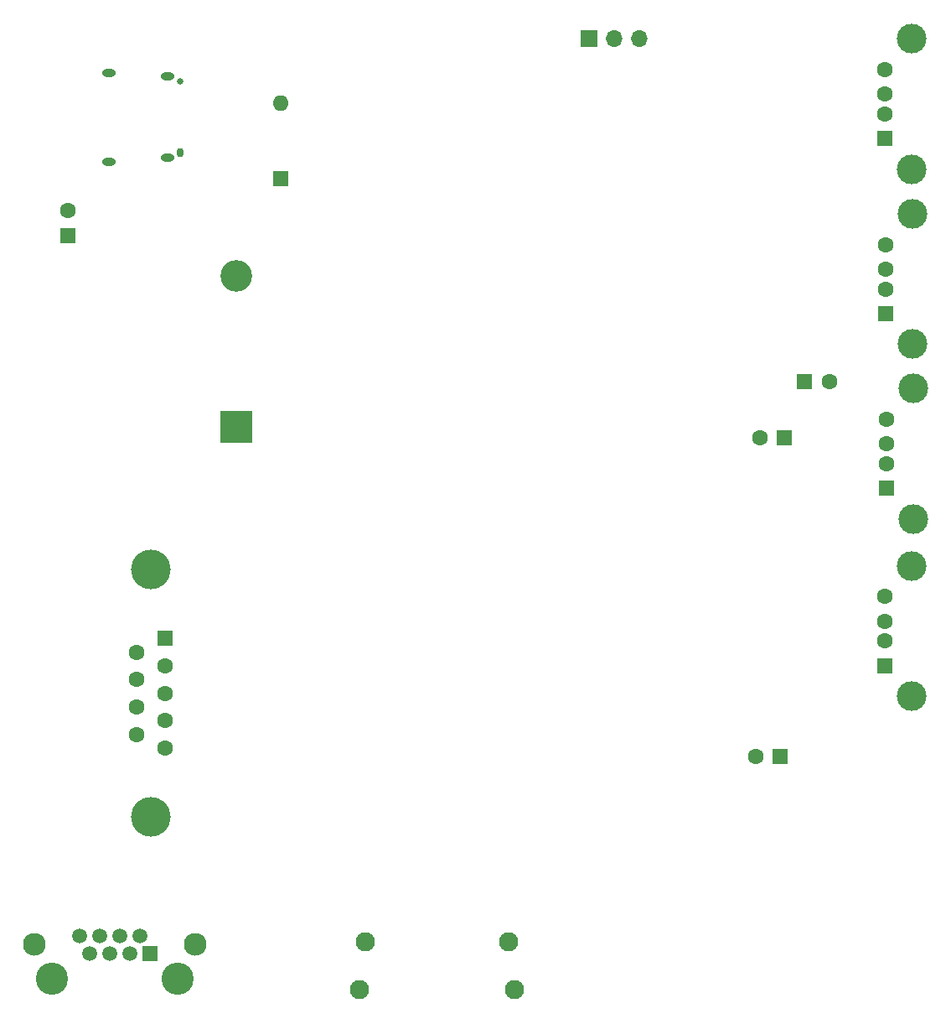
<source format=gbs>
%TF.GenerationSoftware,KiCad,Pcbnew,(6.99.0-1585-g9fcc641808)*%
%TF.CreationDate,2022-04-15T11:00:37+08:00*%
%TF.ProjectId,RaspberryPi,52617370-6265-4727-9279-50692e6b6963,rev?*%
%TF.SameCoordinates,Original*%
%TF.FileFunction,Soldermask,Bot*%
%TF.FilePolarity,Negative*%
%FSLAX46Y46*%
G04 Gerber Fmt 4.6, Leading zero omitted, Abs format (unit mm)*
G04 Created by KiCad (PCBNEW (6.99.0-1585-g9fcc641808)) date 2022-04-15 11:00:37*
%MOMM*%
%LPD*%
G01*
G04 APERTURE LIST*
%ADD10R,1.600000X1.600000*%
%ADD11C,1.600000*%
%ADD12C,4.000000*%
%ADD13C,3.000000*%
%ADD14R,1.500000X1.600000*%
%ADD15C,3.250000*%
%ADD16R,1.500000X1.500000*%
%ADD17C,1.500000*%
%ADD18C,2.300000*%
%ADD19R,1.700000X1.700000*%
%ADD20O,1.700000X1.700000*%
%ADD21R,3.200000X3.200000*%
%ADD22O,3.200000X3.200000*%
%ADD23O,1.600000X1.600000*%
%ADD24C,0.650000*%
%ADD25O,0.650000X0.950000*%
%ADD26O,1.400000X0.800000*%
%ADD27C,1.950000*%
G04 APERTURE END LIST*
D10*
%TO.C,C73*%
X158495112Y-123349999D03*
D11*
X155995113Y-123350000D03*
%TD*%
D10*
%TO.C,C74*%
X160944887Y-85549999D03*
D11*
X163444888Y-85550000D03*
%TD*%
D10*
%TO.C,C51*%
X158939999Y-91209999D03*
D11*
X156440000Y-91210000D03*
%TD*%
D10*
%TO.C,REF\u002A\u002A*%
X86499999Y-70789999D03*
D11*
X86500000Y-68290000D03*
%TD*%
%TO.C,J9*%
X93460300Y-121175000D03*
X93460300Y-118405000D03*
X93460300Y-115635000D03*
X93460300Y-112865000D03*
X96300300Y-122560000D03*
X96300300Y-119790000D03*
X96300300Y-117020000D03*
X96300300Y-114250000D03*
D10*
X96300299Y-111479999D03*
D12*
X94880300Y-104520000D03*
X94880300Y-129520000D03*
%TD*%
D13*
%TO.C,J7*%
X171770000Y-117290000D03*
X171770000Y-104150000D03*
D11*
X169060000Y-107220000D03*
X169060000Y-109720000D03*
X169060000Y-111720000D03*
D14*
X169059999Y-114219999D03*
%TD*%
%TO.C,J6*%
X169099999Y-61009999D03*
D11*
X169100000Y-58510000D03*
X169100000Y-56510000D03*
X169100000Y-54010000D03*
D13*
X171810000Y-50940000D03*
X171810000Y-64080000D03*
%TD*%
D14*
%TO.C,J5*%
X169119999Y-78699999D03*
D11*
X169120000Y-76200000D03*
X169120000Y-74200000D03*
X169120000Y-71700000D03*
D13*
X171830000Y-68630000D03*
X171830000Y-81770000D03*
%TD*%
D15*
%TO.C,J4*%
X84870000Y-145815000D03*
X97570000Y-145815000D03*
D16*
X94779999Y-143274999D03*
D17*
X93764000Y-141495000D03*
X92748000Y-143275000D03*
X91732000Y-141495000D03*
X90716000Y-143275000D03*
X89700000Y-141495000D03*
X88684000Y-143275000D03*
X87668000Y-141495000D03*
D18*
X83090000Y-142385000D03*
X99350000Y-142385000D03*
%TD*%
D13*
%TO.C,J2*%
X171940000Y-99390000D03*
X171940000Y-86250000D03*
D11*
X169230000Y-89320000D03*
X169230000Y-91820000D03*
X169230000Y-93820000D03*
D14*
X169229999Y-96319999D03*
%TD*%
D19*
%TO.C,J1*%
X139134999Y-50914999D03*
D20*
X141674999Y-50914999D03*
X144214999Y-50914999D03*
%TD*%
D21*
%TO.C,D2*%
X103554999Y-90154999D03*
D22*
X103554999Y-74914999D03*
%TD*%
D10*
%TO.C,D1*%
X108004999Y-65014999D03*
D23*
X108004999Y-57394999D03*
%TD*%
D24*
%TO.C,P1*%
X97865000Y-55235000D03*
D25*
X97864999Y-62434999D03*
D26*
X90664999Y-54344999D03*
X96614999Y-54704999D03*
X96614999Y-62964999D03*
X90664999Y-63324999D03*
%TD*%
D27*
%TO.C,J8*%
X131070000Y-142059500D03*
X116570000Y-142059500D03*
X115970000Y-146959500D03*
X131670000Y-146959500D03*
%TD*%
M02*

</source>
